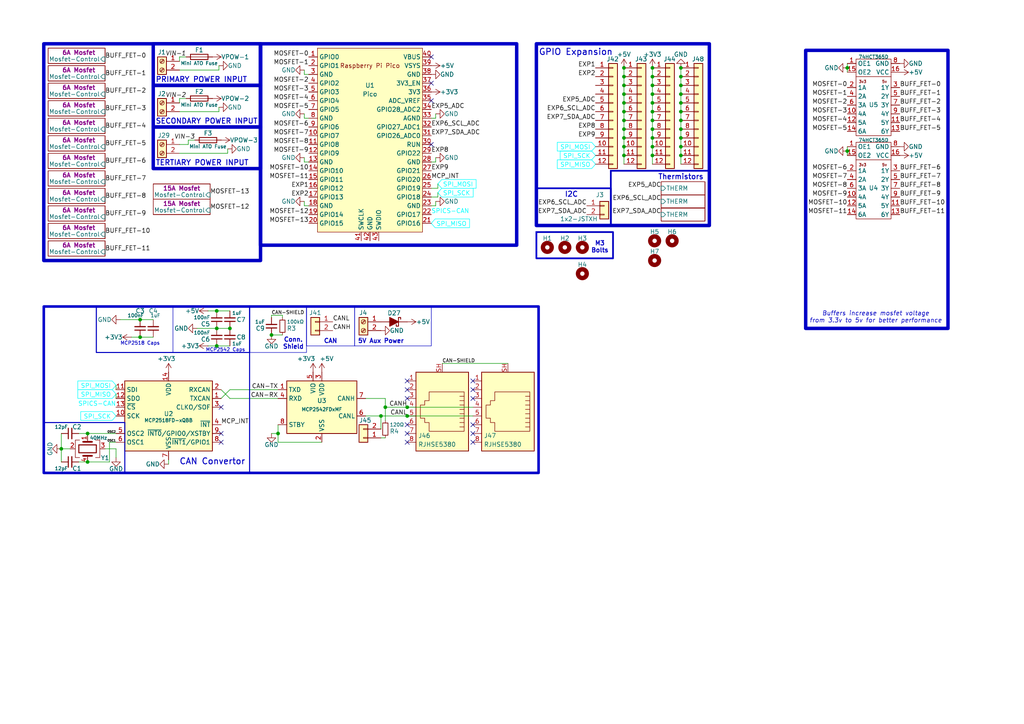
<source format=kicad_sch>
(kicad_sch (version 20250114) (generator "eeschema") (generator_version "9.0")
  (paper "A4")
  (rectangle (start 102.87 88.9) (end 125.095 100.33))
  (rectangle (start 155.575 67.31) (end 177.8 74.93) (stroke (width 0.5)))
  (rectangle (start 12.7 88.9) (end 156.21 137.16) (stroke (width 0.75)))
  (rectangle (start 155.575 54.61) (end 177.165 65.405) (stroke (width 0.5)))
  (rectangle (start 12.7 122.555) (end 36.195 137.16) (stroke (width 0.3)))
  (rectangle (start 233.68 14.605) (end 274.955 95.25) (stroke (width 1)))
  (rectangle (start 44.45 24.765) (end 75.565 36.83) (stroke (width 1)))
  (rectangle (start 27.94 88.9) (end 72.39 102.235) (stroke (width 0.3)))
  (rectangle (start 155.575 12.7) (end 205.74 65.405) (stroke (width 1)))
  (rectangle (start 177.165 49.53) (end 205.74 65.405) (stroke (width 0.5)))
  (rectangle (start 27.94 88.9) (end 50.165 102.235))
  (rectangle (start 44.45 36.83) (end 75.565 48.895) (stroke (width 1)))
  (rectangle (start 75.565 12.7) (end 149.86 71.12) (stroke (width 1)))
  (rectangle (start 12.7 12.7) (end 75.565 75.565) (stroke (width 1)))
  (rectangle (start 12.7 88.9) (end 72.39 137.16) (stroke (width 0.3)))
  (rectangle (start 72.39 88.9) (end 88.9 102.235))
  (rectangle (start 44.45 12.7) (end 75.565 24.765) (stroke (width 1)))
  (rectangle (start 88.9 88.9) (end 102.87 100.33))
  (text "MCP2518 Caps" (at 40.64 99.695 0) (effects (font (size 1 1))))
  (text "M3\nBolts" (at 173.99 71.755 0) (effects (font (size 1.27 1.27) (thickness 0.254) (bold yes))))
  (text "CAN" (at 95.885 99.06 0) (effects (font (size 1.27 1.27) (thickness 0.254) (bold yes))))
  (text "TERTIARY POWER INPUT" (at 45.085 48.26 0) (effects (font (size 1.524 1.524) (thickness 0.254) (bold yes)) (justify left bottom)))
  (text "SECONDARY POWER INPUT" (at 45.085 36.195 0) (effects (font (size 1.4986 1.4986) (thickness 0.254) (bold yes)) (justify left bottom)))
  (text "GPIO Expansion" (at 167.005 15.24 0) (effects (font (size 1.8 1.8) (thickness 0.254) (bold yes))))
  (text "Buffers increase mosfet voltage\nfrom 3.3v to 5v for better performance" (at 254 92.075 0) (effects (font (size 1.27 1.27) (italic yes))))
  (text "5V Aux Power" (at 110.49 99.06 0) (effects (font (size 1.27 1.27) (thickness 0.254) (bold yes))))
  (text "CAN Convertor" (at 61.595 133.985 0) (effects (font (size 1.75 1.75) (thickness 0.254) (bold yes))))
  (text "Conn.\nShield" (at 85.09 99.695 0) (effects (font (size 1.27 1.27) (thickness 0.254) (bold yes))))
  (text "PRIMARY POWER INPUT" (at 45.085 24.13 0) (effects (font (size 1.524 1.524) (thickness 0.254) (bold yes)) (justify left bottom)))
  (text "Thermistors" (at 197.485 51.435 0) (effects (font (size 1.5 1.5) (thickness 0.254) (bold yes))))
  (text "I2C" (at 165.735 56.515 0) (effects (font (size 1.5 1.5) (thickness 0.254) (bold yes))))
  (text "MCP2542 Caps" (at 65.405 101.6 0) (effects (font (size 1 1))))
  (junction (at 180.975 45.085))
  (junction (at 245.745 43.815))
  (junction (at 78.74 97.155))
  (junction (at 25.4 125.73))
  (junction (at 197.485 29.845))
  (junction (at 197.485 32.385))
  (junction (at 62.865 95.25))
  (junction (at 62.865 90.17))
  (junction (at 189.23 42.545))
  (junction (at 197.485 40.005))
  (junction (at 197.485 42.545))
  (junction (at 180.975 42.545))
  (junction (at 62.865 100.33))
  (junction (at 197.485 27.305))
  (junction (at 180.975 37.465))
  (junction (at 17.78 130.175))
  (junction (at 180.975 24.765))
  (junction (at 40.64 97.79))
  (junction (at 180.975 27.305))
  (junction (at 197.485 45.085))
  (junction (at 110.49 120.65))
  (junction (at 197.485 22.225))
  (junction (at 189.23 34.925))
  (junction (at 118.11 118.11))
  (junction (at 189.23 24.765))
  (junction (at 245.745 19.685))
  (junction (at 189.23 45.085))
  (junction (at 180.975 29.845))
  (junction (at 197.485 24.765))
  (junction (at 189.23 40.005))
  (junction (at 180.975 22.225))
  (junction (at 197.485 19.685))
  (junction (at 66.675 95.25))
  (junction (at 189.23 37.465))
  (junction (at 118.11 120.65))
  (junction (at 111.76 118.11))
  (junction (at 25.4 133.985))
  (junction (at 189.23 32.385))
  (junction (at 197.485 34.925))
  (junction (at 80.645 125.73))
  (junction (at 180.975 40.005))
  (junction (at 189.23 27.305))
  (junction (at 180.975 19.685))
  (junction (at 197.485 37.465))
  (junction (at 180.975 32.385))
  (junction (at 180.975 34.925))
  (junction (at 40.64 92.71))
  (junction (at 189.23 22.225))
  (junction (at 189.23 19.685))
  (junction (at 189.23 29.845))
  (no_connect (at 137.16 115.57))
  (no_connect (at 125.095 16.51))
  (no_connect (at 118.11 128.27))
  (no_connect (at 137.16 125.73))
  (no_connect (at 118.11 115.57))
  (no_connect (at 64.135 128.27))
  (no_connect (at 137.16 113.03))
  (no_connect (at 125.095 29.21))
  (no_connect (at 125.095 24.13))
  (no_connect (at 118.11 123.19))
  (no_connect (at 64.135 125.73))
  (no_connect (at 118.11 110.49))
  (no_connect (at 118.11 125.73))
  (no_connect (at 118.11 113.03))
  (no_connect (at 125.095 41.91))
  (no_connect (at 137.16 123.19))
  (no_connect (at 137.16 110.49))
  (no_connect (at 137.16 128.27))
  (no_connect (at 64.135 118.11))
  (wire (pts (xy 110.49 120.65) (xy 110.49 124.46)))
  (wire (pts (xy 128.27 105.41) (xy 147.32 105.41)))
  (wire (pts (xy 189.23 19.685) (xy 189.23 22.225)))
  (wire (pts (xy 189.23 40.005) (xy 189.23 42.545)))
  (wire (pts (xy 78.74 91.44) (xy 81.915 91.44)))
  (wire (pts (xy 180.975 27.305) (xy 180.975 29.845)))
  (wire (pts (xy 126.365 45.72) (xy 126.365 46.99)))
  (wire (pts (xy 66.04 43.18) (xy 66.04 44.45)))
  (wire (pts (xy 197.485 24.765) (xy 197.485 27.305)))
  (wire (pts (xy 80.645 128.27) (xy 93.345 128.27)))
  (wire (pts (xy 66.675 115.57) (xy 80.645 115.57)))
  (wire (pts (xy 89.535 21.59) (xy 88.265 21.59)))
  (wire (pts (xy 189.23 37.465) (xy 189.23 40.005)))
  (wire (pts (xy 53.975 16.51) (xy 52.07 16.51)))
  (wire (pts (xy 197.485 29.845) (xy 197.485 32.385)))
  (wire (pts (xy 110.49 120.65) (xy 106.045 120.65)))
  (wire (pts (xy 33.655 114.3) (xy 33.655 115.57)))
  (wire (pts (xy 189.23 34.925) (xy 189.23 37.465)))
  (wire (pts (xy 57.15 95.25) (xy 62.865 95.25)))
  (wire (pts (xy 33.655 111.76) (xy 33.655 113.03)))
  (wire (pts (xy 189.23 32.385) (xy 189.23 34.925)))
  (wire (pts (xy 63.5 19.05) (xy 63.5 20.32)))
  (wire (pts (xy 197.485 27.305) (xy 197.485 29.845)))
  (wire (pts (xy 118.11 118.11) (xy 137.16 118.11)))
  (wire (pts (xy 38.1 97.79) (xy 40.64 97.79)))
  (wire (pts (xy 111.76 118.11) (xy 118.11 118.11)))
  (wire (pts (xy 60.325 90.17) (xy 62.865 90.17)))
  (wire (pts (xy 189.23 24.765) (xy 189.23 27.305)))
  (wire (pts (xy 189.23 29.845) (xy 189.23 32.385)))
  (wire (pts (xy 89.535 34.29) (xy 88.265 34.29)))
  (wire (pts (xy 245.745 42.545) (xy 245.745 43.815)))
  (wire (pts (xy 111.76 115.57) (xy 111.76 118.11)))
  (wire (pts (xy 33.655 132.715) (xy 33.655 130.175)))
  (wire (pts (xy 25.4 125.73) (xy 33.655 125.73)))
  (wire (pts (xy 180.975 29.845) (xy 180.975 32.385)))
  (wire (pts (xy 89.535 59.69) (xy 88.265 59.69)))
  (wire (pts (xy 245.745 18.415) (xy 245.745 19.685)))
  (wire (pts (xy 111.76 118.11) (xy 111.76 121.92)))
  (wire (pts (xy 180.975 45.085) (xy 180.975 47.625)))
  (wire (pts (xy 110.49 120.65) (xy 118.11 120.65)))
  (wire (pts (xy 88.265 20.32) (xy 88.265 21.59)))
  (wire (pts (xy 126.365 58.42) (xy 126.365 59.69)))
  (wire (pts (xy 53.975 28.575) (xy 52.07 28.575)))
  (wire (pts (xy 189.23 45.085) (xy 189.23 47.625)))
  (wire (pts (xy 31.75 128.27) (xy 33.655 128.27)))
  (wire (pts (xy 81.915 91.44) (xy 81.915 92.075)))
  (wire (pts (xy 56.515 40.64) (xy 54.61 40.64)))
  (wire (pts (xy 25.4 125.73) (xy 22.86 125.73)))
  (wire (pts (xy 126.365 33.02) (xy 126.365 34.29)))
  (wire (pts (xy 180.975 40.005) (xy 180.975 42.545)))
  (wire (pts (xy 197.485 22.225) (xy 197.485 24.765)))
  (wire (pts (xy 40.64 92.71) (xy 44.45 92.71)))
  (wire (pts (xy 127 55.88) (xy 127 57.15)))
  (wire (pts (xy 40.64 97.79) (xy 44.45 97.79)))
  (wire (pts (xy 110.49 127) (xy 111.76 127)))
  (wire (pts (xy 48.895 134.62) (xy 48.895 133.35)))
  (wire (pts (xy 62.865 95.25) (xy 66.675 95.25)))
  (wire (pts (xy 180.975 37.465) (xy 180.975 40.005)))
  (wire (pts (xy 197.485 42.545) (xy 197.485 45.085)))
  (wire (pts (xy 20.32 130.175) (xy 17.78 130.175)))
  (wire (pts (xy 52.07 44.45) (xy 66.04 44.45)))
  (wire (pts (xy 88.265 58.42) (xy 88.265 59.69)))
  (wire (pts (xy 126.365 59.69) (xy 125.095 59.69)))
  (wire (pts (xy 88.265 45.72) (xy 88.265 46.99)))
  (wire (pts (xy 189.23 42.545) (xy 189.23 45.085)))
  (wire (pts (xy 31.75 133.985) (xy 25.4 133.985)))
  (wire (pts (xy 127 54.61) (xy 125.095 54.61)))
  (wire (pts (xy 197.485 32.385) (xy 197.485 34.925)))
  (wire (pts (xy 62.865 100.33) (xy 66.675 100.33)))
  (wire (pts (xy 66.675 113.03) (xy 64.135 115.57)))
  (wire (pts (xy 127 53.34) (xy 127 54.61)))
  (wire (pts (xy 245.745 19.685) (xy 245.745 20.955)))
  (wire (pts (xy 34.925 92.71) (xy 40.64 92.71)))
  (wire (pts (xy 31.75 128.27) (xy 31.75 133.985)))
  (wire (pts (xy 52.07 16.51) (xy 52.07 17.78)))
  (wire (pts (xy 88.265 33.02) (xy 88.265 34.29)))
  (wire (pts (xy 180.975 24.765) (xy 180.975 27.305)))
  (wire (pts (xy 78.74 125.73) (xy 80.645 125.73)))
  (wire (pts (xy 189.23 27.305) (xy 189.23 29.845)))
  (wire (pts (xy 54.61 40.64) (xy 54.61 41.91)))
  (wire (pts (xy 180.975 34.925) (xy 180.975 37.465)))
  (wire (pts (xy 197.485 34.925) (xy 197.485 37.465)))
  (wire (pts (xy 180.975 19.685) (xy 180.975 22.225)))
  (wire (pts (xy 54.61 41.91) (xy 52.07 41.91)))
  (wire (pts (xy 180.975 22.225) (xy 180.975 24.765)))
  (wire (pts (xy 189.23 22.225) (xy 189.23 24.765)))
  (wire (pts (xy 78.74 97.155) (xy 81.915 97.155)))
  (wire (pts (xy 125.095 34.29) (xy 126.365 34.29)))
  (wire (pts (xy 66.675 113.03) (xy 80.645 113.03)))
  (wire (pts (xy 125.095 46.99) (xy 126.365 46.99)))
  (wire (pts (xy 63.5 32.385) (xy 52.07 32.385)))
  (wire (pts (xy 245.745 43.815) (xy 245.745 45.085)))
  (wire (pts (xy 63.5 20.32) (xy 52.07 20.32)))
  (wire (pts (xy 118.11 120.65) (xy 137.16 120.65)))
  (wire (pts (xy 106.045 115.57) (xy 111.76 115.57)))
  (wire (pts (xy 17.78 130.175) (xy 17.78 133.985)))
  (wire (pts (xy 180.975 42.545) (xy 180.975 45.085)))
  (wire (pts (xy 80.645 125.73) (xy 80.645 128.27)))
  (wire (pts (xy 197.485 45.085) (xy 197.485 47.625)))
  (wire (pts (xy 52.07 28.575) (xy 52.07 29.845)))
  (wire (pts (xy 66.675 115.57) (xy 64.135 113.03)))
  (wire (pts (xy 127 57.15) (xy 125.095 57.15)))
  (wire (pts (xy 78.74 91.44) (xy 78.74 92.075)))
  (wire (pts (xy 25.4 126.365) (xy 25.4 125.73)))
  (wire (pts (xy 197.485 37.465) (xy 197.485 40.005)))
  (wire (pts (xy 17.78 125.73) (xy 17.78 130.175)))
  (wire (pts (xy 180.975 32.385) (xy 180.975 34.925)))
  (wire (pts (xy 89.535 46.99) (xy 88.265 46.99)))
  (wire (pts (xy 62.865 90.17) (xy 66.675 90.17)))
  (wire (pts (xy 60.325 100.33) (xy 62.865 100.33)))
  (wire (pts (xy 33.655 130.175) (xy 30.48 130.175)))
  (wire (pts (xy 197.485 40.005) (xy 197.485 42.545)))
  (wire (pts (xy 197.485 19.685) (xy 197.485 22.225)))
  (wire (pts (xy 22.86 133.985) (xy 25.4 133.985)))
  (wire (pts (xy 63.5 31.115) (xy 63.5 32.385)))
  (wire (pts (xy 80.645 123.19) (xy 80.645 125.73)))
  (label "CANL" (at 118.11 120.65 180))
  (label "BUFF_FET-10" (at 30.48 67.945 0))
  (label "EXP8" (at 172.72 37.465 180))
  (label "SPICS-CAN" (at 33.655 118.11 180))
  (label "CANH" (at 96.52 95.885 0))
  (label "BUFF_FET-10" (at 260.985 59.69 0))
  (label "EXP6_SCL_ADC" (at 170.18 59.69 180))
  (label "OSC1" (at 33.655 128.27 180) (effects (font (size 0.6 0.6))))
  (label "EXP7_SDA_ADC" (at 172.72 34.925 180))
  (label "EXP5_ADC" (at 172.72 29.845 180))
  (label "MOSFET-3" (at 89.535 26.67 180))
  (label "MOSFET-0" (at 245.745 25.4 180))
  (label "EXP6_SCL_ADC" (at 191.77 58.42 180))
  (label "BUFF_FET-5" (at 30.48 42.545 0))
  (label "VIN-2" (at 53.975 28.575 180) (effects (font (italic yes))))
  (label "MOSFET-11" (at 245.745 62.23 180))
  (label "BUFF_FET-7" (at 260.985 52.07 0))
  (label "CAN-SHIELD" (at 78.74 91.44 0) (effects (font (size 1 1))))
  (label "MOSFET-13" (at 60.96 56.515 0))
  (label "BUFF_FET-6" (at 30.48 47.625 0))
  (label "MOSFET-7" (at 89.535 39.37 180))
  (label "EXP5_ADC" (at 125.095 31.75 0))
  (label "EXP5_ADC" (at 191.77 54.61 180))
  (label "MOSFET-4" (at 89.535 29.21 180))
  (label "BUFF_FET-2" (at 260.985 30.48 0))
  (label "BUFF_FET-6" (at 260.985 49.53 0))
  (label "EXP7_SDA_ADC" (at 125.095 39.37 0))
  (label "MOSFET-10" (at 89.535 49.53 180))
  (label "MOSFET-1" (at 245.745 27.94 180))
  (label "BUFF_FET-0" (at 260.985 25.4 0))
  (label "MOSFET-2" (at 89.535 24.13 180))
  (label "BUFF_FET-5" (at 260.985 38.1 0))
  (label "OSC2" (at 33.655 125.73 180) (effects (font (size 0.6 0.6))))
  (label "MOSFET-12" (at 60.96 60.96 0))
  (label "VIN-3" (at 56.515 40.64 180) (effects (font (italic yes))))
  (label "BUFF_FET-9" (at 30.48 62.865 0))
  (label "EXP8" (at 125.095 44.45 0))
  (label "BUFF_FET-8" (at 30.48 57.785 0))
  (label "EXP7_SDA_ADC" (at 191.77 62.23 180))
  (label "EXP6_SCL_ADC" (at 125.095 36.83 0))
  (label "MCP_INT" (at 64.135 123.19 0))
  (label "MOSFET-8" (at 89.535 41.91 180))
  (label "BUFF_FET-2" (at 30.48 27.305 0))
  (label "EXP6_SCL_ADC" (at 172.72 32.385 180))
  (label "EXP9" (at 172.72 40.005 180))
  (label "MOSFET-1" (at 89.535 19.05 180))
  (label "CANH" (at 118.11 118.11 180))
  (label "BUFF_FET-0" (at 30.48 17.145 0))
  (label "MOSFET-5" (at 89.535 31.75 180))
  (label "BUFF_FET-9" (at 260.985 57.15 0))
  (label "CAN-SHIELD" (at 128.27 105.41 0) (effects (font (size 1 1))))
  (label "MOSFET-9" (at 89.535 44.45 180))
  (label "MOSFET-12" (at 89.535 62.23 180))
  (label "MOSFET-0" (at 89.535 16.51 180))
  (label "CAN-TX" (at 80.645 113.03 180))
  (label "EXP1" (at 172.72 19.685 180))
  (label "MOSFET-8" (at 245.745 54.61 180))
  (label "BUFF_FET-1" (at 30.48 22.225 0))
  (label "SPICS-CAN" (at 125.095 62.23 0))
  (label "MCP_INT" (at 125.095 52.07 0))
  (label "MOSFET-7" (at 245.745 52.07 180))
  (label "BUFF_FET-1" (at 260.985 27.94 0))
  (label "EXP7_SDA_ADC" (at 170.18 62.23 180))
  (label "BUFF_FET-3" (at 30.48 32.385 0))
  (label "MOSFET-2" (at 245.745 30.48 180))
  (label "BUFF_FET-8" (at 260.985 54.61 0))
  (label "BUFF_FET-11" (at 30.48 73.025 0))
  (label "VIN-1" (at 53.975 16.51 180) (effects (font (italic yes))))
  (label "EXP9" (at 125.095 49.53 0))
  (label "MOSFET-9" (at 245.745 57.15 180))
  (label "EXP2" (at 172.72 22.225 180))
  (label "BUFF_FET-4" (at 260.985 35.56 0))
  (label "EXP1" (at 89.535 54.61 180))
  (label "MOSFET-3" (at 245.745 33.02 180))
  (label "MOSFET-13" (at 89.535 64.77 180))
  (label "CAN-RX" (at 80.645 115.57 180))
  (label "MOSFET-6" (at 245.745 49.53 180))
  (label "BUFF_FET-7" (at 30.48 52.705 0))
  (label "MOSFET-11" (at 89.535 52.07 180))
  (label "MOSFET-5" (at 245.745 38.1 180))
  (label "BUFF_FET-11" (at 260.985 62.23 0))
  (label "EXP2" (at 89.535 57.15 180))
  (label "BUFF_FET-3" (at 260.985 33.02 0))
  (label "MOSFET-6" (at 89.535 36.83 180))
  (label "CANL" (at 96.52 93.345 0))
  (label "MOSFET-10" (at 245.745 59.69 180))
  (label "MOSFET-4" (at 245.745 35.56 180))
  (label "BUFF_FET-4" (at 30.48 37.465 0))
  (global_label "SPI_MOSI" (shape input) (at 33.655 111.76 180) (property "Intersheetrefs" "${INTERSHEET_REFS}" (effects (hide yes))))
  (global_label "SPI_MOSI" (shape input) (at 127 53.34 0) (property "Intersheetrefs" "${INTERSHEET_REFS}" (effects (hide yes))))
  (global_label "SPI_MISO" (shape input) (at 33.655 114.3 180) (property "Intersheetrefs" "${INTERSHEET_REFS}" (effects (hide yes))))
  (global_label "SPI_MISO" (shape input) (at 125.095 64.77 0) (property "Intersheetrefs" "${INTERSHEET_REFS}" (effects (hide yes))))
  (global_label "SPI_MISO" (shape input) (at 172.72 47.625 180) (property "Intersheetrefs" "${INTERSHEET_REFS}" (effects (hide yes))))
  (global_label "SPI_SCK" (shape input) (at 172.72 45.085 180) (property "Intersheetrefs" "${INTERSHEET_REFS}" (effects (hide yes))))
  (global_label "SPI_SCK" (shape input) (at 33.655 120.65 180) (property "Intersheetrefs" "${INTERSHEET_REFS}" (effects (hide yes))))
  (global_label "SPI_MOSI" (shape input) (at 172.72 42.545 180) (property "Intersheetrefs" "${INTERSHEET_REFS}" (effects (hide yes))))
  (global_label "SPI_SCK" (shape input) (at 127 55.88 0) (property "Intersheetrefs" "${INTERSHEET_REFS}" (effects (hide yes))))
  (symbol (lib_id "power:GND") (at 110.49 95.885 90) (mirror x) (unit 1)
    (property "Reference" "#PWR02" (effects (hide yes)))
    (property "Value" "GND" (at 113.03 95.885 90) (effects (justify right)))
  )
  (symbol (lib_id "power:GND") (at 88.265 33.02 270) (mirror x) (unit 1)
    (property "Reference" "#PWR013" (effects (hide yes)))
    (property "Value" "GND" (at 85.725 33.02 90) (effects (justify right)))
  )
  (symbol (lib_id "power:+3V3") (at 189.23 19.685 0) (unit 1)
    (property "Reference" "#PWR053" (effects (hide yes)))
    (property "Value" "+3V3" (at 189.23 16.51 0) (effects (justify bottom)))
    (property "Description" "Power symbol creates a global label with name \"+3V3\"" (effects (hide yes)))
  )
  (symbol (lib_id "power:GND") (at 126.365 58.42 90) (mirror x) (unit 1)
    (property "Reference" "#PWR016" (effects (hide yes)))
    (property "Value" "GND" (at 128.905 58.42 90) (effects (justify right)))
    (property "Description" "Power symbol creates a global label with name \"GND\" , ground" (effects (hide yes)))
  )
  (symbol (lib_id "CustomSymbols:74HCT365D") (at 253.365 31.115 0) (unit 1)
    (property "Reference" "U5" (at 253.365 31.115 0) (effects (justify bottom)))
    (property "Value" "74HCT365D" (at 253.365 16.51 0) (effects (font (size 1 1))))
    (property "Footprint" "PCM_Package_SO_AKL:SOP-16_4.4x10.4mm_P1.27mm" (effects (hide yes)))
    (property "LCSC" "C547597" (effects (hide yes)))
  )
  (symbol (lib_id "Mechanical:MountingHole") (at 168.91 71.755 0) (unit 1) (exclude_from_sim yes) (in_bom no)
    (property "Reference" "H3" (at 168.91 69.85 0) (effects (justify bottom)))
    (property "Value" "M3 Mounting Hole" (effects (hide yes)))
    (property "Footprint" "CustomFootprints:M3 Mounting Hole ~ Classic" (effects (hide yes)))
    (property "Description" "Mounting Hole without connection" (effects (hide yes)))
  )
  (symbol (lib_id "power:+5V") (at 60.325 90.17 90) (unit 1)
    (property "Reference" "#PWR056" (effects (hide yes)))
    (property "Value" "+5V" (at 57.785 90.17 90) (effects (justify left)))
    (property "Description" "Power symbol creates a global label with name \"+5V\"" (effects (hide yes)))
  )
  (symbol (lib_id "power:+3V3") (at 90.805 107.95 0) (unit 1)
    (property "Reference" "#PWR064" (effects (hide yes)))
    (property "Value" "+3V3" (at 91.44 104.775 0) (effects (justify right bottom)))
    (property "Description" "Power symbol creates a global label with name \"+3V3\"" (effects (hide yes)))
  )
  (symbol (lib_id "Connector_Generic:Conn_01x12") (at 202.565 32.385 0) (unit 1)
    (property "Reference" "J48" (at 200.66 17.145 0) (effects (justify left)))
    (property "Value" "2.54-Header-1x12" (effects (hide yes)))
    (property "Footprint" "Connector_PinHeader_2.54mm:PinHeader_1x12_P2.54mm_Vertical" (effects (hide yes)))
    (property "Description" "Generic connector, single row, 01x12, script generated (kicad-library-utils/schlib/autogen/connector/)" (effects (hide yes)))
  )
  (symbol (lib_id "Connector:RJ45_Shielded") (at 147.32 118.11 180) (unit 1)
    (property "Reference" "J47" (at 140.335 126.365 0) (effects (justify right)))
    (property "Value" "RJHSE5380" (at 140.335 128.905 0) (effects (justify right)))
    (property "Footprint" "Connector_RJ:RJ45_Amphenol_RJHSE5380" (effects (hide yes)))
    (property "Description" "RJ connector, 8P8C (8 positions 8 connected), Shielded" (effects (hide yes)))
    (property "LCSC" "C464586" (effects (hide yes)))
  )
  (symbol (lib_id "power:GND") (at 63.5 31.115 90) (unit 1)
    (property "Reference" "#PWR062" (effects (hide yes)))
    (property "Value" "GND" (at 66.04 31.115 90) (effects (justify right)))
  )
  (symbol (lib_id "power:+5V") (at 180.975 19.685 0) (unit 1)
    (property "Reference" "#PWR017" (effects (hide yes)))
    (property "Value" "+5V" (at 180.975 16.51 0) (effects (justify bottom)))
    (property "Description" "Power symbol creates a global label with name \"+5V\"" (effects (hide yes)))
  )
  (symbol (lib_id "Connector:Screw_Terminal_01x02") (at 46.99 29.845 0) (mirror y) (unit 1)
    (property "Reference" "J2" (at 45.72 27.94 0) (effects (justify right bottom)))
    (property "Value" "Screw_Terminal_01x02" (effects (hide yes)))
    (property "Footprint" "easyeda2kicad:CONN-TH_HB9500M-9.5-2P" (effects (hide yes)))
    (property "LCSC" "C601239" (effects (hide yes)))
  )
  (symbol (lib_id "power:GND") (at 260.985 18.415 90) (mirror x) (unit 1)
    (property "Reference" "#PWR0112" (effects (hide yes)))
    (property "Value" "GND" (at 263.525 18.415 90) (effects (justify right)))
  )
  (symbol (lib_id "Connector_Generic:Conn_01x12") (at 177.8 32.385 0) (unit 1)
    (property "Reference" "J42" (at 175.895 17.145 0) (effects (justify left)))
    (property "Value" "2.54-Header-1x12" (effects (hide yes)))
    (property "Footprint" "Connector_PinHeader_2.54mm:PinHeader_1x12_P2.54mm_Vertical" (effects (hide yes)))
    (property "Description" "Generic connector, single row, 01x12, script generated (kicad-library-utils/schlib/autogen/connector/)" (effects (hide yes)))
  )
  (symbol (lib_id "power:+12V") (at 64.135 40.64 270) (mirror x) (unit 1)
    (property "Reference" "#PWR0126" (effects (hide yes)))
    (property "Value" "VPOW-3" (at 66.675 40.64 90) (effects (justify left)))
    (property "Description" "Power symbol creates a global label with name \"+12V\"" (effects (hide yes)))
  )
  (symbol (lib_id "power:+3V3") (at 125.095 26.67 270) (unit 1)
    (property "Reference" "#PWR019" (effects (hide yes)))
    (property "Value" "+3V3" (at 127.635 26.67 90) (effects (justify left)))
    (property "Description" "Power symbol creates a global label with name \"+3V3\"" (effects (hide yes)))
  )
  (symbol (lib_id "power:GND") (at 63.5 19.05 90) (unit 1)
    (property "Reference" "#PWR060" (effects (hide yes)))
    (property "Value" "GND" (at 66.04 19.05 90) (effects (justify right)))
  )
  (symbol (lib_id "Connector_Generic:Conn_01x02") (at 105.41 127 180) (unit 1)
    (property "Reference" "J45" (at 104.14 121.92 0) (effects (justify right)))
    (property "Value" "2.54-Header-1x2" (effects (hide yes)))
    (property "Footprint" "Connector_PinHeader_2.54mm:PinHeader_1x02_P2.54mm_Vertical" (effects (hide yes)))
    (property "Description" "Generic connector, single row, 01x02, script generated (kicad-library-utils/schlib/autogen/connector/)" (effects (hide yes)))
  )
  (symbol (lib_id "power:GND") (at 78.74 125.73 0) (unit 1)
    (property "Reference" "#PWR059" (effects (hide yes)))
    (property "Value" "GND" (at 78.74 128.27 0) (effects (justify top)))
  )
  (symbol (lib_id "power:GND") (at 66.04 43.18 90) (unit 1)
    (property "Reference" "#PWR0127" (effects (hide yes)))
    (property "Value" "GND" (at 68.58 43.18 90) (effects (justify right)))
  )
  (symbol (lib_id "Mechanical:MountingHole") (at 189.865 69.85 0) (unit 1) (exclude_from_sim yes) (in_bom no)
    (property "Reference" "H5" (at 189.865 67.945 0) (effects (justify bottom)))
    (property "Value" "M3 Mounting Hole" (effects (hide yes)))
    (property "Footprint" "CustomFootprints:M3 Mounting Hole ~ Classic" (effects (hide yes)))
    (property "Description" "Mounting Hole without connection" (effects (hide yes)))
  )
  (symbol (lib_id "power:GND") (at 394.97 -53.975 90) (mirror x) (unit 1)
    (property "Reference" "#PWR0114" (effects (hide yes)))
    (property "Value" "GND" (at 397.51 -53.975 90) (effects (justify right)))
  )
  (symbol (lib_id "Device:C_Small") (at 66.675 97.79 0) (mirror x) (unit 1)
    (property "Reference" "C8" (at 68.58 97.79 0) (effects (justify left)))
    (property "Value" "1uF" (at 67.31 99.695 0) (effects (font (size 1 1)) (justify left)))
    (property "Footprint" "Capacitor_SMD:C_0402_1005Metric" (effects (hide yes)))
    (property "LCSC" "C2887020" (effects (hide yes)))
  )
  (symbol (lib_id "Device:Fuse") (at 57.785 16.51 270) (unit 1)
    (property "Reference" "F1" (at 57.785 15.24 90) (effects (justify bottom)))
    (property "Value" "Mini ATO Fuse" (at 57.785 17.78 90) (effects (font (size 1 1)) (justify top)))
    (property "Footprint" "Fuse:Fuseholder_Blade_Mini_Keystone_3568" (effects (hide yes)))
    (property "Description" "Fuse" (effects (hide yes)))
    (property "Mouser" "534-3568" (effects (hide yes)))
  )
  (symbol (lib_id "power:+5V") (at 93.345 107.95 0) (unit 1)
    (property "Reference" "#PWR065" (effects (hide yes)))
    (property "Value" "+5V" (at 92.71 104.775 0) (effects (justify left bottom)))
    (property "Description" "Power symbol creates a global label with name \"+5V\"" (effects (hide yes)))
  )
  (symbol (lib_id "Device:C_Small") (at 62.865 97.79 180) (unit 1)
    (property "Reference" "C6" (at 60.96 98.425 0) (effects (justify left)))
    (property "Value" "100nF" (at 60.96 96.52 0) (effects (font (size 1 1)) (justify left)))
    (property "Footprint" "Capacitor_SMD:C_0402_1005Metric" (effects (hide yes)))
    (property "LCSC" "C541464" (effects (hide yes)))
  )
  (symbol (lib_id "Device:Crystal_GND23") (at 25.4 130.175 90) (mirror x) (unit 1)
    (property "Reference" "Y1" (at 29.21 132.08 90) (effects (justify right top)))
    (property "Value" "40MHz" (at 28.575 127 90) (effects (font (size 1 1))))
    (property "Footprint" "Crystal:Crystal_SMD_3225-4Pin_3.2x2.5mm" (effects (hide yes)))
    (property "Description" "Four pin crystal, GND on pins 2 and 3" (effects (hide yes)))
    (property "LCSC" "C5261245" (effects (hide yes)))
  )
  (symbol (lib_id "power:GND") (at 126.365 33.02 90) (unit 1)
    (property "Reference" "#PWR051" (effects (hide yes)))
    (property "Value" "GND" (at 128.905 33.02 90) (effects (justify right)))
  )
  (symbol (lib_id "power:GND") (at 260.985 42.545 90) (mirror x) (unit 1)
    (property "Reference" "#PWR0116" (effects (hide yes)))
    (property "Value" "GND" (at 263.525 42.545 90) (effects (justify right)))
  )
  (symbol (lib_id "power:GND") (at 125.095 21.59 90) (unit 1)
    (property "Reference" "#PWR011" (effects (hide yes)))
    (property "Value" "GND" (at 127.635 21.59 90) (effects (justify right)))
  )
  (symbol (lib_id "power:+3V3") (at 48.895 107.95 0) (unit 1)
    (property "Reference" "#PWR049" (effects (hide yes)))
    (property "Value" "+3V3" (at 48.26 104.775 0) (effects (justify bottom)))
    (property "Description" "Power symbol creates a global label with name \"+3V3\"" (effects (hide yes)))
  )
  (symbol (lib_id "Connector_Generic:Conn_01x12") (at 186.055 32.385 0) (unit 1)
    (property "Reference" "J43" (at 184.15 17.145 0) (effects (justify left)))
    (property "Value" "2.54-Header-1x12" (effects (hide yes)))
    (property "Footprint" "Connector_PinHeader_2.54mm:PinHeader_1x12_P2.54mm_Vertical" (effects (hide yes)))
    (property "Description" "Generic connector, single row, 01x12, script generated (kicad-library-utils/schlib/autogen/connector/)" (effects (hide yes)))
  )
  (symbol (lib_id "Interface_CAN_LIN:MCP2518FD-xQBB") (at 48.895 120.65 0) (unit 1)
    (property "Reference" "U2" (at 48.895 120.015 0))
    (property "Value" "MCP2518FD-xQBB" (at 48.895 121.92 0) (effects (font (size 1 1))))
    (property "Footprint" "PCM_Package_DFN_QFN_AKL:DFN-14-1EP_3x4.5mm_P0.65mm_EP1.65x4.25mm" (effects (hide yes)))
    (property "Datasheet" "https://ww1.microchip.com/downloads/aemDocuments/documents/OTH/ProductDocuments/DataSheets/External-CAN-FD-Controller-with-SPI-Interface-DS20006027B.pdf" (effects (hide yes)))
    (property "Description" "CAN FD Controller with SPI Interface, up to 8 Mbps, Vdd 2.7..5.5V,  functional safety ready, VDFN-14" (effects (hide yes)))
    (property "LCSC" "C621395" (effects (hide yes)))
  )
  (symbol (lib_id "Mechanical:MountingHole") (at 163.83 71.755 0) (unit 1) (exclude_from_sim yes) (in_bom no)
    (property "Reference" "H2" (at 163.83 69.85 0) (effects (justify bottom)))
    (property "Value" "M3 Mounting Hole" (effects (hide yes)))
    (property "Footprint" "CustomFootprints:M3 Mounting Hole ~ Classic" (effects (hide yes)))
    (property "Description" "Mounting Hole without connection" (effects (hide yes)))
  )
  (symbol (lib_id "Mechanical:MountingHole") (at 194.945 69.85 0) (unit 1) (exclude_from_sim yes) (in_bom no)
    (property "Reference" "H6" (at 194.945 67.945 0) (effects (justify bottom)))
    (property "Value" "M3 Mounting Hole" (effects (hide yes)))
    (property "Footprint" "CustomFootprints:M3 Mounting Hole ~ Classic" (effects (hide yes)))
    (property "Description" "Mounting Hole without connection" (effects (hide yes)))
  )
  (symbol (lib_id "Connector_Generic:Conn_01x12") (at 194.31 32.385 0) (unit 1)
    (property "Reference" "J44" (at 192.405 17.145 0) (effects (justify left)))
    (property "Value" "2.54-Header-1x12" (effects (hide yes)))
    (property "Footprint" "Connector_PinHeader_2.54mm:PinHeader_1x12_P2.54mm_Vertical" (effects (hide yes)))
    (property "Description" "Generic connector, single row, 01x12, script generated (kicad-library-utils/schlib/autogen/connector/)" (effects (hide yes)))
  )
  (symbol (lib_id "Connector:Screw_Terminal_01x02") (at 46.99 41.91 0) (mirror y) (unit 1)
    (property "Reference" "J29" (at 45.72 40.005 0) (effects (justify right bottom)))
    (property "Value" "Screw_Terminal_01x02" (effects (hide yes)))
    (property "Footprint" "easyeda2kicad:CONN-TH_HB9500M-9.5-2P" (effects (hide yes)))
    (property "LCSC" "C601239" (effects (hide yes)))
  )
  (symbol (lib_id "Connector:Screw_Terminal_01x02") (at 46.99 17.78 0) (mirror y) (unit 1)
    (property "Reference" "J1" (at 45.72 15.875 0) (effects (justify right bottom)))
    (property "Value" "Screw_Terminal_01x02" (effects (hide yes)))
    (property "Footprint" "easyeda2kicad:CONN-TH_HB9500M-9.5-2P" (effects (hide yes)))
    (property "LCSC" "C601239" (effects (hide yes)))
  )
  (symbol (lib_id "Interface_CAN_LIN:MCP2542FDxMF") (at 93.345 118.11 0) (unit 1)
    (property "Reference" "U3" (at 93.345 116.205 0))
    (property "Value" "MCP2542FDxMF" (at 93.345 118.745 0) (effects (font (size 1 1))))
    (property "Footprint" "PCM_Package_DFN_QFN_AKL:DFN-8-1EP_3x3mm_P0.65mm_EP1.7x2.05mm" (effects (hide yes)))
    (property "Datasheet" "http://ww1.microchip.com/downloads/en/DeviceDoc/MCP2542FD-4FD-MCP2542WFD-4WFD-Data-Sheet20005514B.pdf" (effects (hide yes)))
    (property "Description" "CAN-FD Transceiver, Wake-Up on CAN activity, 8Mbps, 5V supply, STBY pin, 3x3 DFN-8" (effects (hide yes)))
    (property "LCSC" "C635109" (effects (hide yes)))
  )
  (symbol (lib_id "power:+5V") (at 260.985 20.955 270) (mirror x) (unit 1)
    (property "Reference" "#PWR0113" (effects (hide yes)))
    (property "Value" "+5V" (at 263.525 20.955 90) (effects (justify left)))
    (property "Description" "Power symbol creates a global label with name \"+5V\"" (effects (hide yes)))
  )
  (symbol (lib_id "PCM_Diode_Schottky_AKL:D_Schottky_Generic") (at 114.3 93.345 0) (mirror x) (unit 1)
    (property "Reference" "D27" (at 114.3 90.805 0))
    (property "Value" "MBR120VLSFT1G" (effects (hide yes)))
    (property "Footprint" "PCM_Diode_SMD_AKL:D_SOD-123F" (effects (hide yes)))
    (property "Description" "Schottky diode, Generic Symbol, Alternate KiCAD Library" (effects (hide yes)))
    (property "LCSC" "C891416" (effects (hide yes)))
  )
  (symbol (lib_id "power:GND") (at 48.895 134.62 270) (unit 1)
    (property "Reference" "#PWR054" (effects (hide yes)))
    (property "Value" "GND" (at 46.355 134.62 90) (effects (justify right)))
  )
  (symbol (lib_id "Connector_Generic:Conn_01x02") (at 175.26 59.69 0) (unit 1)
    (property "Reference" "J3" (at 173.99 56.515 0))
    (property "Value" "1x2-JSTXH" (at 173.355 63.5 0) (effects (justify right)))
    (property "Footprint" "CustomFootprints:JST-XH_1x02-V ~ Custom" (effects (hide yes)))
    (property "Description" "Generic connector, single row, 01x02, script generated (kicad-library-utils/schlib/autogen/connector/)" (effects (hide yes)))
    (property "LCSC" "C5160911" (effects (hide yes)))
  )
  (symbol (lib_id "Device:C_Small") (at 20.32 133.985 90) (mirror x) (unit 1)
    (property "Reference" "C1" (at 20.955 135.89 90) (effects (justify right)))
    (property "Value" "12pF" (at 19.685 135.89 90) (effects (font (size 1 1)) (justify left)))
    (property "Footprint" "Capacitor_SMD:C_0402_1005Metric" (effects (hide yes)))
    (property "Description" "Unpolarized capacitor, small symbol" (effects (hide yes)))
    (property "LCSC" "C696888" (effects (hide yes)))
  )
  (symbol (lib_id "power:GND") (at 17.78 130.175 270) (unit 1)
    (property "Reference" "#PWR020" (effects (hide yes)))
    (property "Value" "GND" (at 15.24 130.175 0) (effects (justify top)))
  )
  (symbol (lib_id "Connector_Generic:Conn_01x02") (at 91.44 93.345 0) (mirror y) (unit 1)
    (property "Reference" "J41" (at 91.44 91.44 0) (effects (justify bottom)))
    (property "Value" "2.54-Header-1x2" (effects (hide yes)))
    (property "Footprint" "Connector_JST:JST_XH_B2B-XH-A_1x02_P2.50mm_Vertical" (effects (hide yes)))
    (property "Description" "Generic connector, single row, 01x02, script generated (kicad-library-utils/schlib/autogen/connector/)" (effects (hide yes)))
  )
  (symbol (lib_id "Mechanical:MountingHole") (at 158.75 71.755 0) (unit 1) (exclude_from_sim yes) (in_bom no)
    (property "Reference" "H1" (at 158.75 69.85 0) (effects (justify bottom)))
    (property "Value" "M3 Mounting Hole" (effects (hide yes)))
    (property "Footprint" "CustomFootprints:M3 Mounting Hole ~ Classic" (effects (hide yes)))
    (property "Description" "Mounting Hole without connection" (effects (hide yes)))
  )
  (symbol (lib_id "power:+5V") (at 118.11 93.345 270) (mirror x) (unit 1)
    (property "Reference" "#PWR074" (effects (hide yes)))
    (property "Value" "+5V" (at 120.65 93.345 90) (effects (justify left)))
    (property "Description" "Power symbol creates a global label with name \"+5V\"" (effects (hide yes)))
  )
  (symbol (lib_id "Mechanical:MountingHole") (at 168.91 79.375 0) (unit 1) (exclude_from_sim yes) (in_bom no)
    (property "Reference" "H4" (at 168.91 77.47 0) (effects (justify bottom)))
    (property "Value" "M3 Mounting Hole" (effects (hide yes)))
    (property "Footprint" "CustomFootprints:M3 Mounting Hole ~ Classic" (effects (hide yes)))
    (property "Description" "Mounting Hole without connection" (effects (hide yes)))
  )
  (symbol (lib_id "power:+5V") (at 260.985 45.085 270) (mirror x) (unit 1)
    (property "Reference" "#PWR0117" (effects (hide yes)))
    (property "Value" "+5V" (at 263.525 45.085 90) (effects (justify left)))
    (property "Description" "Power symbol creates a global label with name \"+5V\"" (effects (hide yes)))
  )
  (symbol (lib_id "power:GND") (at 88.265 58.42 270) (mirror x) (unit 1)
    (property "Reference" "#PWR015" (effects (hide yes)))
    (property "Value" "GND" (at 85.725 58.42 90) (effects (justify right)))
  )
  (symbol (lib_id "CustomSymbols:74HCT365D") (at 253.365 55.245 0) (unit 1)
    (property "Reference" "U4" (at 253.365 55.245 0) (effects (justify bottom)))
    (property "Value" "74HCT365D" (at 253.365 40.64 0) (effects (font (size 1 1))))
    (property "Footprint" "PCM_Package_SO_AKL:SOP-16_4.4x10.4mm_P1.27mm" (effects (hide yes)))
    (property "LCSC" "C547597" (effects (hide yes)))
  )
  (symbol (lib_id "Device:C_Small") (at 20.32 125.73 90) (unit 1)
    (property "Reference" "C2" (at 20.955 123.825 90) (effects (justify right)))
    (property "Value" "12pF" (at 19.685 123.825 90) (effects (font (size 1 1)) (justify left)))
    (property "Footprint" "Capacitor_SMD:C_0402_1005Metric" (effects (hide yes)))
    (property "Description" "Unpolarized capacitor, small symbol" (effects (hide yes)))
    (property "LCSC" "C696888" (effects (hide yes)))
  )
  (symbol (lib_id "power:GND") (at 33.655 132.715 0) (unit 1)
    (property "Reference" "#PWR046" (effects (hide yes)))
    (property "Value" "GND" (at 33.655 135.255 0) (effects (justify top)))
  )
  (symbol (lib_id "Connector:RJ45_Shielded") (at 128.27 118.11 180) (unit 1)
    (property "Reference" "J46" (at 121.285 126.365 0) (effects (justify right)))
    (property "Value" "RJHSE5380" (at 121.285 128.905 0) (effects (justify right)))
    (property "Footprint" "Connector_RJ:RJ45_Amphenol_RJHSE5380" (effects (hide yes)))
    (property "Description" "RJ connector, 8P8C (8 positions 8 connected), Shielded" (effects (hide yes)))
    (property "LCSC" "C464586" (effects (hide yes)))
  )
  (symbol (lib_id "power:GND") (at 34.925 92.71 270) (unit 1)
    (property "Reference" "#PWR047" (effects (hide yes)))
    (property "Value" "GND" (at 32.385 92.71 90) (effects (justify right)))
  )
  (symbol (lib_id "Connector:Screw_Terminal_01x02") (at 105.41 93.345 0) (mirror y) (unit 1)
    (property "Reference" "J4" (at 104.14 91.44 0) (effects (justify right bottom)))
    (property "Value" "Screw_Terminal_01x02" (effects (hide yes)))
    (property "Footprint" "TerminalBlock_Phoenix:TerminalBlock_Phoenix_MKDS-3-2-5.08_1x02_P5.08mm_Horizontal" (effects (hide yes)))
    (property "LCSC" "C5188485" (effects (hide yes)))
  )
  (symbol (lib_id "Device:C_Small") (at 62.865 92.71 180) (unit 1)
    (property "Reference" "C5" (at 60.96 93.98 0) (effects (justify left)))
    (property "Value" "100nF" (at 60.96 92.075 0) (effects (font (size 1 1)) (justify left)))
    (property "Footprint" "Capacitor_SMD:C_0402_1005Metric" (effects (hide yes)))
    (property "LCSC" "C541464" (effects (hide yes)))
  )
  (symbol (lib_id "power:GND") (at 88.265 20.32 270) (mirror x) (unit 1)
    (property "Reference" "#PWR012" (effects (hide yes)))
    (property "Value" "GND" (at 85.725 20.32 90) (effects (justify right)))
  )
  (symbol (lib_id "power:GND") (at 57.15 95.25 270) (unit 1)
    (property "Reference" "#PWR055" (effects (hide yes)))
    (property "Value" "GND" (at 54.61 95.25 90) (effects (justify right)))
  )
  (symbol (lib_id "power:GND") (at 126.365 45.72 90) (unit 1)
    (property "Reference" "#PWR050" (effects (hide yes)))
    (property "Value" "GND" (at 128.905 45.72 90) (effects (justify right)))
  )
  (symbol (lib_id "Device:R_Small") (at 81.915 94.615 0) (mirror y) (unit 1)
    (property "Reference" "R3" (at 83.185 95.25 0) (effects (justify right)))
    (property "Value" "100kΩ" (at 83.185 93.345 0) (effects (font (size 1 1)) (justify right)))
    (property "Footprint" "PCM_Resistor_SMD_AKL:R_0402_1005Metric" (effects (hide yes)))
    (property "LCSC" "C25741" (effects (hide yes)))
  )
  (symbol (lib_id "Device:Fuse") (at 57.785 28.575 270) (unit 1)
    (property "Reference" "F2" (at 57.785 27.305 90) (effects (justify bottom)))
    (property "Value" "Mini ATO Fuse" (at 57.785 29.845 90) (effects (font (size 1 1)) (justify top)))
    (property "Footprint" "Fuse:Fuseholder_Blade_Mini_Keystone_3568" (effects (hide yes)))
    (property "Description" "Fuse" (effects (hide yes)))
    (property "Mouser" "534-3568" (effects (hide yes)))
  )
  (symbol (lib_id "power:GND") (at 78.74 97.155 0) (unit 1)
    (property "Reference" "#PWR058" (effects (hide yes)))
    (property "Value" "GND" (at 78.74 99.695 0) (effects (justify top)))
  )
  (symbol (lib_id "Device:Fuse") (at 60.325 40.64 270) (unit 1)
    (property "Reference" "F3" (at 60.325 39.37 90) (effects (justify bottom)))
    (property "Value" "Mini ATO Fuse" (at 60.325 41.91 90) (effects (font (size 1 1)) (justify top)))
    (property "Footprint" "Fuse:Fuseholder_Blade_Mini_Keystone_3568" (effects (hide yes)))
    (property "Description" "Fuse" (effects (hide yes)))
    (property "Mouser" "534-3568" (effects (hide yes)))
  )
  (symbol (lib_id "power:GND") (at 88.265 45.72 270) (mirror x) (unit 1)
    (property "Reference" "#PWR014" (effects (hide yes)))
    (property "Value" "GND" (at 85.725 45.72 90) (effects (justify right)))
  )
  (symbol (lib_id "Device:R_Small") (at 111.76 124.46 0) (mirror y) (unit 1)
    (property "Reference" "R4" (at 113.03 125.095 0) (effects (justify right)))
    (property "Value" "120Ω" (at 113.03 123.19 0) (effects (font (size 1 1)) (justify right)))
    (property "Footprint" "PCM_Resistor_SMD_AKL:R_0402_1005Metric" (effects (hide yes)))
    (property "LCSC" "C25079" (effects (hide yes)))
  )
  (symbol (lib_id "power:+24V") (at 61.595 16.51 270) (mirror x) (unit 1)
    (property "Reference" "#PWR061" (effects (hide yes)))
    (property "Value" "VPOW-1" (at 64.135 16.51 90) (effects (justify left)))
    (property "Description" "Power symbol creates a global label with name \"+24V\"" (effects (hide yes)))
  )
  (symbol (lib_id "power:+5V") (at 125.095 19.05 270) (unit 1)
    (property "Reference" "#PWR018" (effects (hide yes)))
    (property "Value" "+5V" (at 127.635 19.05 90) (effects (justify left)))
    (property "Description" "Power symbol creates a global label with name \"+5V\"" (effects (hide yes)))
  )
  (symbol (lib_id "power:+12V") (at 61.595 28.575 270) (mirror x) (unit 1)
    (property "Reference" "#PWR063" (effects (hide yes)))
    (property "Value" "VPOW-2" (at 64.135 28.575 90) (effects (justify left)))
    (property "Description" "Power symbol creates a global label with name \"+12V\"" (effects (hide yes)))
  )
  (symbol (lib_id "power:GND") (at 245.745 19.685 270) (mirror x) (unit 1)
    (property "Reference" "#PWR0111" (effects (hide yes)))
    (property "Value" "GND" (at 243.205 19.685 90) (effects (justify right)))
  )
  (symbol (lib_id "Device:C_Small") (at 78.74 94.615 180) (unit 1)
    (property "Reference" "C9" (at 76.835 95.25 0) (effects (justify left)))
    (property "Value" "1uF" (at 76.835 93.345 0) (effects (font (size 1 1)) (justify left)))
    (property "Footprint" "Capacitor_SMD:C_0402_1005Metric" (effects (hide yes)))
    (property "LCSC" "C2887020" (effects (hide yes)))
  )
  (symbol (lib_id "Device:C_Small") (at 44.45 95.25 180) (unit 1)
    (property "Reference" "C4" (at 44.45 90.17 0))
    (property "Value" "1uF" (at 45.085 92.075 0) (effects (font (size 1 1)) (justify top)))
    (property "Footprint" "Capacitor_SMD:C_0402_1005Metric" (effects (hide yes)))
    (property "LCSC" "C2887020" (effects (hide yes)))
  )
  (symbol (lib_id "Mechanical:MountingHole") (at 189.865 75.565 0) (unit 1) (exclude_from_sim yes) (in_bom no)
    (property "Reference" "H7" (at 189.865 73.66 0) (effects (justify bottom)))
    (property "Value" "M3 Mounting Hole" (effects (hide yes)))
    (property "Footprint" "CustomFootprints:M3 Mounting Hole ~ Classic" (effects (hide yes)))
    (property "Description" "Mounting Hole without connection" (effects (hide yes)))
  )
  (symbol (lib_id "power:+3V3") (at 38.1 97.79 90) (unit 1)
    (property "Reference" "#PWR048" (effects (hide yes)))
    (property "Value" "+3V3" (at 35.56 97.79 90) (effects (justify left)))
    (property "Description" "Power symbol creates a global label with name \"+3V3\"" (effects (hide yes)))
  )
  (symbol (lib_id "power:+3V3") (at 60.325 100.33 90) (unit 1)
    (property "Reference" "#PWR057" (effects (hide yes)))
    (property "Value" "+3V3" (at 57.785 100.33 90) (effects (justify left)))
    (property "Description" "Power symbol creates a global label with name \"+3V3\"" (effects (hide yes)))
  )
  (symbol (lib_id "Device:C_Small") (at 66.675 92.71 0) (mirror x) (unit 1)
    (property "Reference" "C7" (at 68.58 92.71 0) (effects (justify left)))
    (property "Value" "1uF" (at 67.31 90.805 0) (effects (font (size 1 1)) (justify left)))
    (property "Footprint" "Capacitor_SMD:C_0402_1005Metric" (effects (hide yes)))
    (property "LCSC" "C2887020" (effects (hide yes)))
  )
  (symbol (lib_id "power:GND") (at 197.485 19.685 180) (unit 1)
    (property "Reference" "#PWR052" (effects (hide yes)))
    (property "Value" "GND" (at 197.485 16.51 0) (effects (justify top)))
  )
  (symbol (lib_id "MCU_RaspberryPi_and_Boards:Pico") (at 107.315 40.64 0) (unit 1)
    (property "Reference" "U1" (at 107.315 24.765 0))
    (property "Value" "Pico" (at 107.315 27.305 0))
    (property "Footprint" "CustomFootprints:Socketed MCU - Pico" (effects (hide yes)))
  )
  (symbol (lib_id "power:GND") (at 245.745 43.815 270) (mirror x) (unit 1)
    (property "Reference" "#PWR0115" (effects (hide yes)))
    (property "Value" "GND" (at 243.205 43.815 90) (effects (justify right)))
  )
  (symbol (lib_id "Device:C_Small") (at 40.64 95.25 180) (unit 1)
    (property "Reference" "C3" (at 40.64 90.17 0))
    (property "Value" "100nF" (at 39.37 92.075 0) (effects (font (size 1 1)) (justify top)))
    (property "Footprint" "Capacitor_SMD:C_0402_1005Metric" (effects (hide yes)))
    (property "LCSC" "C541464" (effects (hide yes)))
  )
  (sheet (at 13.97 69.85) (size 16.51 4.445) (stroke (width 0.1524))
    (property "Sheetname" "Mosfet-Small11" (effects (hide yes)))
    (property "Sheetfile" "Mosfet-Small.kicad_sch" (effects (hide yes)))
    (property "Text" "6A Mosfet" (at 22.86 71.12 0) (effects (font (bold yes))))
    (pin "Mosfet-Control" input (at 30.48 73.025 0))
  )
  (sheet (at 13.97 24.13) (size 16.51 4.445) (stroke (width 0.1524))
    (property "Sheetname" "Mosfet-Small2" (effects (hide yes)))
    (property "Sheetfile" "Mosfet-Small.kicad_sch" (effects (hide yes)))
    (property "Text" "6A Mosfet" (at 22.86 25.4 0) (effects (font (bold yes))))
    (pin "Mosfet-Control" input (at 30.48 27.305 0))
  )
  (sheet (at 191.77 52.705) (size 12.7 3.81) (stroke (width 0.1524))
    (property "Sheetname" "Thermistor" (effects (hide yes)))
    (property "Sheetfile" "Therm.kicad_sch" (effects (hide yes)))
    (pin "THERM" input (at 191.77 54.61 180))
  )
  (sheet (at 13.97 64.77) (size 16.51 4.445) (stroke (width 0.1524))
    (property "Sheetname" "Mosfet-Small10" (effects (hide yes)))
    (property "Sheetfile" "Mosfet-Small.kicad_sch" (effects (hide yes)))
    (property "Text" "6A Mosfet" (at 22.86 66.04 0) (effects (font (bold yes))))
    (pin "Mosfet-Control" input (at 30.48 67.945 0))
  )
  (sheet (at 13.97 34.29) (size 16.51 4.445) (stroke (width 0.1524))
    (property "Sheetname" "Mosfet-Small4" (effects (hide yes)))
    (property "Sheetfile" "Mosfet-Small.kicad_sch" (effects (hide yes)))
    (property "Text" "6A Mosfet" (at 22.86 35.56 0) (effects (font (bold yes))))
    (pin "Mosfet-Control" input (at 30.48 37.465 0))
  )
  (sheet (at 44.45 57.785) (size 16.51 4.445) (stroke (width 0.1524))
    (property "Sheetname" "Mosfet-Big1" (effects (hide yes)))
    (property "Sheetfile" "Mosfet-Big.kicad_sch" (effects (hide yes)))
    (property "Text" "15A Mosfet" (at 52.705 59.055 0) (effects (font (thickness 0.254) (bold yes))))
    (pin "Mosfet-Control" input (at 60.96 60.96 0))
  )
  (sheet (at 191.77 56.515) (size 12.7 3.81) (stroke (width 0.1524))
    (property "Sheetname" "Thermistor1" (effects (hide yes)))
    (property "Sheetfile" "Therm.kicad_sch" (effects (hide yes)))
    (pin "THERM" input (at 191.77 58.42 180))
  )
  (sheet (at 13.97 19.05) (size 16.51 4.445) (stroke (width 0.1524))
    (property "Sheetname" "Mosfet-Small1" (effects (hide yes)))
    (property "Sheetfile" "Mosfet-Small.kicad_sch" (effects (hide yes)))
    (property "Text" "6A Mosfet" (at 22.86 20.32 0) (effects (font (bold yes))))
    (pin "Mosfet-Control" input (at 30.48 22.225 0))
  )
  (sheet (at 13.97 54.61) (size 16.51 4.445) (stroke (width 0.1524))
    (property "Sheetname" "Mosfet-Small8" (effects (hide yes)))
    (property "Sheetfile" "Mosfet-Small.kicad_sch" (effects (hide yes)))
    (property "Text" "6A Mosfet" (at 22.86 55.88 0) (effects (font (bold yes))))
    (pin "Mosfet-Control" input (at 30.48 57.785 0))
  )
  (sheet (at 191.77 60.325) (size 12.7 3.81) (stroke (width 0.1524))
    (property "Sheetname" "Thermistor2" (effects (hide yes)))
    (property "Sheetfile" "Therm.kicad_sch" (effects (hide yes)))
    (pin "THERM" input (at 191.77 62.23 180))
  )
  (sheet (at 13.97 29.21) (size 16.51 4.445) (stroke (width 0.1524))
    (property "Sheetname" "Mosfet-Small3" (effects (hide yes)))
    (property "Sheetfile" "Mosfet-Small.kicad_sch" (effects (hide yes)))
    (property "Text" "6A Mosfet" (at 22.86 30.48 0) (effects (font (bold yes))))
    (pin "Mosfet-Control" input (at 30.48 32.385 0))
  )
  (sheet (at 13.97 59.69) (size 16.51 4.445) (stroke (width 0.1524))
    (property "Sheetname" "Mosfet-Small9" (effects (hide yes)))
    (property "Sheetfile" "Mosfet-Small.kicad_sch" (effects (hide yes)))
    (property "Text" "6A Mosfet" (at 22.86 60.96 0) (effects (font (bold yes))))
    (pin "Mosfet-Control" input (at 30.48 62.865 0))
  )
  (sheet (at 13.97 44.45) (size 16.51 4.445) (stroke (width 0.1524))
    (property "Sheetname" "Mosfet-Small6" (effects (hide yes)))
    (property "Sheetfile" "Mosfet-Small.kicad_sch" (effects (hide yes)))
    (property "Text" "6A Mosfet" (at 22.86 45.72 0) (effects (font (bold yes))))
    (pin "Mosfet-Control" input (at 30.48 47.625 0))
  )
  (sheet (at 13.97 39.37) (size 16.51 4.445) (stroke (width 0.1524))
    (property "Sheetname" "Mosfet-Small5" (effects (hide yes)))
    (property "Sheetfile" "Mosfet-Small.kicad_sch" (effects (hide yes)))
    (property "Text" "6A Mosfet" (at 22.86 40.64 0) (effects (font (bold yes))))
    (pin "Mosfet-Control" input (at 30.48 42.545 0))
  )
  (sheet (at 13.97 49.53) (size 16.51 4.445) (stroke (width 0.1524))
    (property "Sheetname" "Mosfet-Small7" (effects (hide yes)))
    (property "Sheetfile" "Mosfet-Small.kicad_sch" (effects (hide yes)))
    (property "Text" "6A Mosfet" (at 22.86 50.8 0) (effects (font (bold yes))))
    (pin "Mosfet-Control" input (at 30.48 52.705 0))
  )
  (sheet (at 13.97 13.97) (size 16.51 4.445) (stroke (width 0.1524))
    (property "Sheetname" "Mosfet-Small" (effects (hide yes)))
    (property "Sheetfile" "Mosfet-Small.kicad_sch" (effects (hide yes)))
    (property "Text" "6A Mosfet" (at 22.86 15.24 0) (effects (font (bold yes))))
    (pin "Mosfet-Control" input (at 30.48 17.145 0))
  )
  (sheet (at 44.45 53.34) (size 16.51 4.445) (stroke (width 0.1524))
    (property "Sheetname" "Mosfet-Big" (effects (hide yes)))
    (property "Sheetfile" "Mosfet-Big.kicad_sch" (effects (hide yes)))
    (property "Text" "15A Mosfet" (at 52.705 54.61 0) (effects (font (thickness 0.254) (bold yes))))
    (pin "Mosfet-Control" input (at 60.96 56.515 0))
  )
)
</source>
